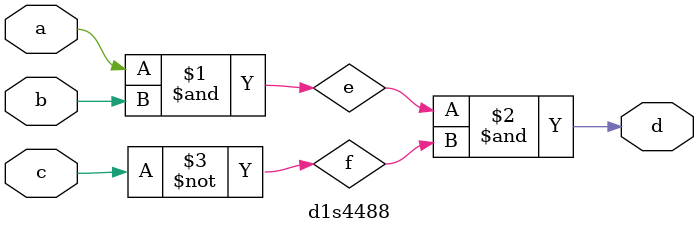
<source format=v>
module d1s4488(a,b,c,d);
  input a,b,c;
  output d;
  wire a,b,c,d,e,f;
  
  and E1(e,a,b);
  not E2(f,c);
  and E3(d,e,f);

endmodule


</source>
